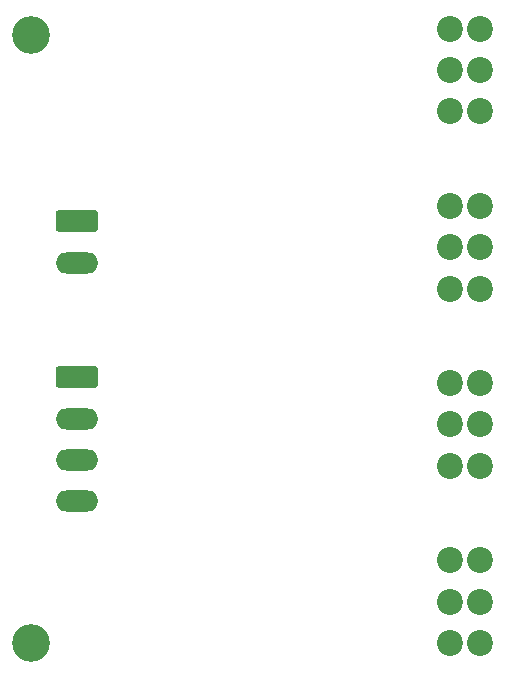
<source format=gbr>
%TF.GenerationSoftware,KiCad,Pcbnew,8.0.5*%
%TF.CreationDate,2025-06-13T10:45:40+02:00*%
%TF.ProjectId,elektroFrogExtensionSMD,656c656b-7472-46f4-9672-6f6745787465,rev?*%
%TF.SameCoordinates,Original*%
%TF.FileFunction,Soldermask,Bot*%
%TF.FilePolarity,Negative*%
%FSLAX46Y46*%
G04 Gerber Fmt 4.6, Leading zero omitted, Abs format (unit mm)*
G04 Created by KiCad (PCBNEW 8.0.5) date 2025-06-13 10:45:40*
%MOMM*%
%LPD*%
G01*
G04 APERTURE LIST*
G04 Aperture macros list*
%AMRoundRect*
0 Rectangle with rounded corners*
0 $1 Rounding radius*
0 $2 $3 $4 $5 $6 $7 $8 $9 X,Y pos of 4 corners*
0 Add a 4 corners polygon primitive as box body*
4,1,4,$2,$3,$4,$5,$6,$7,$8,$9,$2,$3,0*
0 Add four circle primitives for the rounded corners*
1,1,$1+$1,$2,$3*
1,1,$1+$1,$4,$5*
1,1,$1+$1,$6,$7*
1,1,$1+$1,$8,$9*
0 Add four rect primitives between the rounded corners*
20,1,$1+$1,$2,$3,$4,$5,0*
20,1,$1+$1,$4,$5,$6,$7,0*
20,1,$1+$1,$6,$7,$8,$9,0*
20,1,$1+$1,$8,$9,$2,$3,0*%
G04 Aperture macros list end*
%ADD10C,2.200000*%
%ADD11RoundRect,0.250000X-1.550000X0.650000X-1.550000X-0.650000X1.550000X-0.650000X1.550000X0.650000X0*%
%ADD12O,3.600000X1.800000*%
%ADD13C,3.200000*%
G04 APERTURE END LIST*
D10*
%TO.C,J702*%
X236500000Y-125000000D03*
X239000000Y-125000000D03*
X236500000Y-128500000D03*
X239000000Y-128500000D03*
X236500000Y-132000000D03*
X239000000Y-132000000D03*
%TD*%
D11*
%TO.C,J401*%
X204932500Y-109500000D03*
D12*
X204932500Y-113000000D03*
X204932500Y-116500000D03*
X204932500Y-120000000D03*
%TD*%
D11*
%TO.C,J601*%
X204932500Y-96305000D03*
D12*
X204932500Y-99805000D03*
%TD*%
D13*
%TO.C,REF\u002A\u002A*%
X201000000Y-132000000D03*
%TD*%
%TO.C,REF\u002A\u002A*%
X201000000Y-80500000D03*
%TD*%
D10*
%TO.C,J302*%
X236500000Y-95000000D03*
X239000000Y-95000000D03*
X236500000Y-98500000D03*
X239000000Y-98500000D03*
X236500000Y-102000000D03*
X239000000Y-102000000D03*
%TD*%
%TO.C,J502*%
X236500000Y-110000000D03*
X239000000Y-110000000D03*
X236500000Y-113500000D03*
X239000000Y-113500000D03*
X236500000Y-117000000D03*
X239000000Y-117000000D03*
%TD*%
%TO.C,J202*%
X236500000Y-80000000D03*
X239000000Y-80000000D03*
X236500000Y-83500000D03*
X239000000Y-83500000D03*
X236500000Y-87000000D03*
X239000000Y-87000000D03*
%TD*%
M02*

</source>
